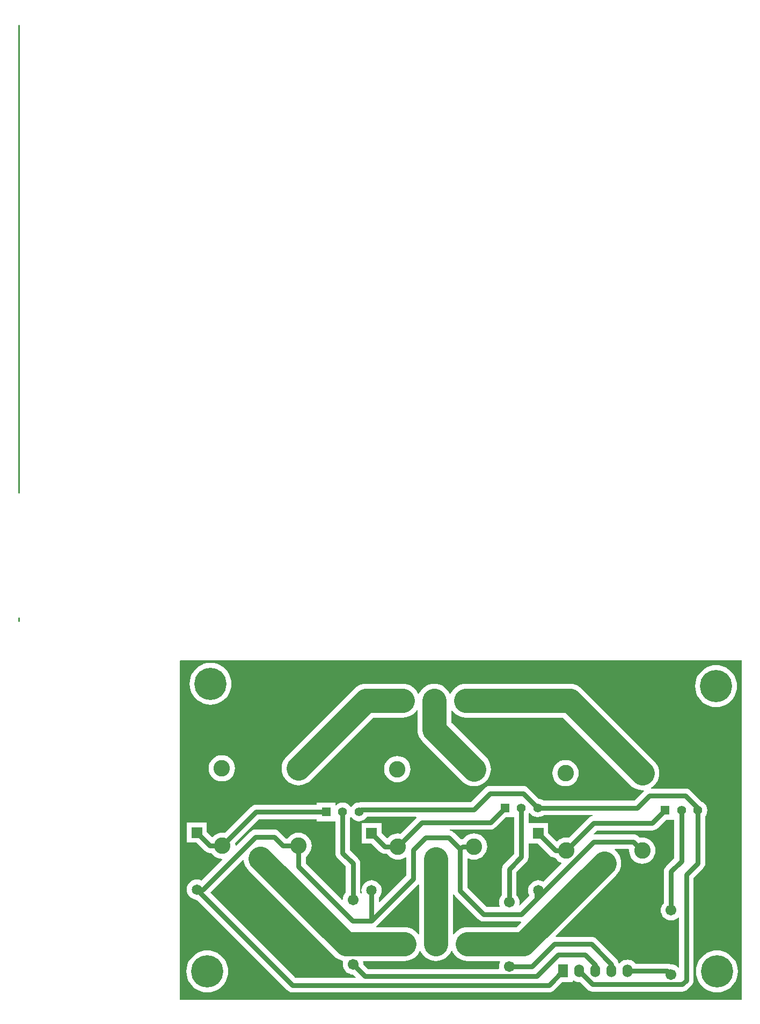
<source format=gbl>
G04 Layer_Physical_Order=2*
G04 Layer_Color=11436288*
%FSAX23Y23*%
%MOIN*%
G70*
G01*
G75*
%ADD10C,0.010*%
%ADD11O,0.060X0.080*%
%ADD12R,0.060X0.080*%
%ADD13R,0.055X0.055*%
%ADD14C,0.055*%
%ADD15C,0.098*%
%ADD16C,0.067*%
%ADD17C,0.102*%
%ADD18C,0.065*%
%ADD19R,0.065X0.065*%
%ADD20C,0.200*%
%ADD21C,0.150*%
%ADD22C,0.030*%
G36*
X04490Y03105D02*
Y01000D01*
X01000D01*
X01000Y01000D01*
X01000Y03101D01*
X01004Y03105D01*
X04490D01*
X04490Y03105D01*
D02*
G37*
%LPC*%
G36*
X03395Y02487D02*
X03379Y02485D01*
X03364Y02481D01*
X03350Y02473D01*
X03337Y02463D01*
X03327Y02450D01*
X03319Y02436D01*
X03315Y02421D01*
X03313Y02405D01*
X03315Y02389D01*
X03319Y02374D01*
X03327Y02360D01*
X03337Y02347D01*
X03350Y02337D01*
X03364Y02330D01*
X03379Y02325D01*
X03395Y02324D01*
X03411Y02325D01*
X03426Y02330D01*
X03440Y02337D01*
X03453Y02347D01*
X03463Y02360D01*
X03470Y02374D01*
X03475Y02389D01*
X03476Y02405D01*
X03475Y02421D01*
X03470Y02436D01*
X03463Y02450D01*
X03453Y02463D01*
X03440Y02473D01*
X03426Y02481D01*
X03411Y02485D01*
X03395Y02487D01*
D02*
G37*
G36*
X04335Y01305D02*
X04315Y01304D01*
X04295Y01299D01*
X04276Y01291D01*
X04258Y01280D01*
X04243Y01267D01*
X04230Y01252D01*
X04219Y01234D01*
X04211Y01215D01*
X04206Y01195D01*
X04205Y01175D01*
X04206Y01155D01*
X04211Y01135D01*
X04219Y01116D01*
X04230Y01098D01*
X04243Y01083D01*
X04258Y01070D01*
X04276Y01059D01*
X04295Y01051D01*
X04315Y01046D01*
X04335Y01045D01*
X04355Y01046D01*
X04375Y01051D01*
X04394Y01059D01*
X04412Y01070D01*
X04427Y01083D01*
X04440Y01098D01*
X04451Y01116D01*
X04459Y01135D01*
X04464Y01155D01*
X04465Y01175D01*
X04464Y01195D01*
X04459Y01215D01*
X04451Y01234D01*
X04440Y01252D01*
X04427Y01267D01*
X04412Y01280D01*
X04394Y01291D01*
X04375Y01299D01*
X04355Y01304D01*
X04335Y01305D01*
D02*
G37*
G36*
X01170D02*
X01150Y01304D01*
X01130Y01299D01*
X01111Y01291D01*
X01093Y01280D01*
X01078Y01267D01*
X01065Y01252D01*
X01054Y01234D01*
X01046Y01215D01*
X01041Y01195D01*
X01040Y01175D01*
X01041Y01155D01*
X01046Y01135D01*
X01054Y01116D01*
X01065Y01098D01*
X01078Y01083D01*
X01093Y01070D01*
X01111Y01059D01*
X01130Y01051D01*
X01150Y01046D01*
X01170Y01045D01*
X01190Y01046D01*
X01210Y01051D01*
X01229Y01059D01*
X01247Y01070D01*
X01262Y01083D01*
X01275Y01098D01*
X01286Y01116D01*
X01294Y01135D01*
X01299Y01155D01*
X01300Y01175D01*
X01299Y01195D01*
X01294Y01215D01*
X01286Y01234D01*
X01275Y01252D01*
X01262Y01267D01*
X01247Y01280D01*
X01229Y01291D01*
X01210Y01299D01*
X01190Y01304D01*
X01170Y01305D01*
D02*
G37*
G36*
X02350Y02512D02*
X02334Y02510D01*
X02319Y02506D01*
X02305Y02498D01*
X02292Y02488D01*
X02282Y02475D01*
X02274Y02461D01*
X02270Y02446D01*
X02268Y02430D01*
X02270Y02414D01*
X02274Y02399D01*
X02282Y02385D01*
X02292Y02372D01*
X02305Y02362D01*
X02319Y02355D01*
X02334Y02350D01*
X02350Y02349D01*
X02366Y02350D01*
X02381Y02355D01*
X02395Y02362D01*
X02408Y02372D01*
X02418Y02385D01*
X02425Y02399D01*
X02430Y02414D01*
X02431Y02430D01*
X02430Y02446D01*
X02425Y02461D01*
X02418Y02475D01*
X02408Y02488D01*
X02395Y02498D01*
X02381Y02506D01*
X02366Y02510D01*
X02350Y02512D01*
D02*
G37*
G36*
X01190Y03090D02*
X01170Y03089D01*
X01150Y03084D01*
X01131Y03076D01*
X01113Y03065D01*
X01098Y03052D01*
X01085Y03037D01*
X01074Y03019D01*
X01066Y03000D01*
X01061Y02980D01*
X01060Y02960D01*
X01061Y02940D01*
X01066Y02920D01*
X01074Y02901D01*
X01085Y02883D01*
X01098Y02868D01*
X01113Y02855D01*
X01131Y02844D01*
X01150Y02836D01*
X01170Y02831D01*
X01190Y02830D01*
X01210Y02831D01*
X01230Y02836D01*
X01249Y02844D01*
X01267Y02855D01*
X01282Y02868D01*
X01295Y02883D01*
X01306Y02901D01*
X01314Y02920D01*
X01319Y02940D01*
X01320Y02960D01*
X01319Y02980D01*
X01314Y03000D01*
X01306Y03019D01*
X01295Y03037D01*
X01282Y03052D01*
X01267Y03065D01*
X01249Y03076D01*
X01230Y03084D01*
X01210Y03089D01*
X01190Y03090D01*
D02*
G37*
G36*
X03421Y02960D02*
X02777D01*
X02760Y02959D01*
X02744Y02955D01*
X02729Y02949D01*
X02715Y02940D01*
X02702Y02929D01*
X02692Y02917D01*
X02683Y02903D01*
X02681Y02898D01*
X02676D01*
X02674Y02903D01*
X02665Y02917D01*
X02654Y02929D01*
X02642Y02940D01*
X02628Y02949D01*
X02613Y02955D01*
X02596Y02959D01*
X02580Y02960D01*
X02564Y02959D01*
X02547Y02955D01*
X02532Y02949D01*
X02518Y02940D01*
X02506Y02929D01*
X02495Y02917D01*
X02486Y02903D01*
X02484Y02898D01*
X02479D01*
X02477Y02903D01*
X02468Y02917D01*
X02458Y02929D01*
X02445Y02940D01*
X02431Y02949D01*
X02416Y02955D01*
X02400Y02959D01*
X02383Y02960D01*
X02156D01*
X02140Y02959D01*
X02124Y02955D01*
X02108Y02949D01*
X02094Y02940D01*
X02082Y02929D01*
X01662Y02510D01*
X01651Y02497D01*
X01642Y02483D01*
X01636Y02468D01*
X01632Y02452D01*
X01631Y02435D01*
X01632Y02419D01*
X01636Y02403D01*
X01642Y02387D01*
X01651Y02373D01*
X01662Y02361D01*
X01674Y02350D01*
X01688Y02341D01*
X01704Y02335D01*
X01720Y02331D01*
X01736Y02330D01*
X01753Y02331D01*
X01769Y02335D01*
X01784Y02341D01*
X01798Y02350D01*
X01811Y02361D01*
X02200Y02750D01*
X02383D01*
X02400Y02751D01*
X02416Y02755D01*
X02431Y02761D01*
X02445Y02770D01*
X02458Y02781D01*
X02468Y02793D01*
X02470Y02796D01*
X02475Y02794D01*
Y02676D01*
X02476Y02660D01*
X02480Y02644D01*
X02486Y02629D01*
X02495Y02614D01*
X02506Y02602D01*
X02752Y02356D01*
X02764Y02345D01*
X02778Y02336D01*
X02794Y02330D01*
X02810Y02326D01*
X02826Y02325D01*
X02843Y02326D01*
X02859Y02330D01*
X02874Y02336D01*
X02888Y02345D01*
X02901Y02356D01*
X02911Y02368D01*
X02920Y02382D01*
X02926Y02398D01*
X02930Y02414D01*
X02932Y02430D01*
X02930Y02447D01*
X02926Y02463D01*
X02920Y02478D01*
X02911Y02492D01*
X02901Y02505D01*
X02685Y02720D01*
Y02794D01*
X02690Y02796D01*
X02692Y02793D01*
X02702Y02781D01*
X02715Y02770D01*
X02729Y02761D01*
X02744Y02755D01*
X02760Y02751D01*
X02777Y02750D01*
X03378D01*
X03797Y02331D01*
X03809Y02320D01*
X03823Y02311D01*
X03839Y02305D01*
X03855Y02301D01*
X03871Y02300D01*
X03879Y02300D01*
X03881Y02296D01*
X03821Y02235D01*
X03258D01*
X03251Y02240D01*
X03237Y02246D01*
X03229Y02247D01*
X03164Y02312D01*
X03155Y02319D01*
X03151Y02321D01*
X03144Y02324D01*
X03132Y02325D01*
X02925D01*
X02925Y02325D01*
X02913Y02324D01*
X02902Y02319D01*
X02900Y02318D01*
X02893Y02312D01*
X02893Y02312D01*
X02806Y02225D01*
X02127D01*
X02116Y02224D01*
X02113Y02223D01*
X02112Y02223D01*
X02097Y02221D01*
X02083Y02215D01*
X02071Y02206D01*
X02064Y02197D01*
X02058D01*
X02051Y02206D01*
X02039Y02215D01*
X02025Y02221D01*
X02010Y02223D01*
X01995Y02221D01*
X01981Y02215D01*
X01970Y02207D01*
X01965Y02209D01*
Y02223D01*
X01850D01*
Y02210D01*
X01474D01*
X01462Y02209D01*
X01451Y02204D01*
X01442Y02197D01*
X01280Y02035D01*
X01264Y02036D01*
X01248Y02035D01*
X01233Y02030D01*
X01218Y02023D01*
X01206Y02013D01*
X01203Y02009D01*
X01198Y02008D01*
X01167Y02039D01*
Y02100D01*
X01043D01*
Y01975D01*
X01103D01*
X01155Y01923D01*
X01165Y01916D01*
X01176Y01911D01*
X01187Y01909D01*
X01196D01*
X01206Y01897D01*
X01218Y01887D01*
X01233Y01879D01*
X01248Y01875D01*
X01262Y01873D01*
X01264Y01869D01*
X01134Y01738D01*
X01129Y01741D01*
X01117Y01744D01*
X01105Y01746D01*
X01093Y01744D01*
X01081Y01741D01*
X01070Y01735D01*
X01061Y01727D01*
X01053Y01718D01*
X01047Y01707D01*
X01043Y01695D01*
X01042Y01683D01*
X01043Y01671D01*
X01047Y01659D01*
X01053Y01648D01*
X01061Y01638D01*
X01070Y01631D01*
X01081Y01625D01*
X01093Y01621D01*
X01103Y01620D01*
X01666Y01058D01*
X01675Y01051D01*
X01686Y01046D01*
X01698Y01045D01*
X03292D01*
X03304Y01046D01*
X03310Y01049D01*
X03315Y01051D01*
X03324Y01058D01*
X03374Y01108D01*
X03440D01*
Y01117D01*
X03445Y01119D01*
X03447Y01118D01*
X03457Y01112D01*
X03468Y01109D01*
X03480Y01108D01*
X03486Y01108D01*
X03531Y01063D01*
X03540Y01056D01*
X03551Y01051D01*
X03563Y01050D01*
X04120D01*
X04132Y01051D01*
X04138Y01054D01*
X04143Y01056D01*
X04152Y01063D01*
X04177Y01088D01*
X04177Y01088D01*
X04184Y01097D01*
X04189Y01108D01*
X04190Y01120D01*
Y01756D01*
X04249Y01815D01*
X04257Y01825D01*
X04261Y01836D01*
X04263Y01847D01*
Y02140D01*
X04268Y02146D01*
X04273Y02160D01*
X04275Y02175D01*
X04273Y02190D01*
X04268Y02204D01*
X04258Y02216D01*
X04246Y02225D01*
X04242Y02227D01*
X04172Y02297D01*
X04163Y02304D01*
X04158Y02306D01*
X04152Y02309D01*
X04140Y02310D01*
X03927D01*
X03926Y02315D01*
X03933Y02320D01*
X03946Y02331D01*
X03956Y02343D01*
X03965Y02357D01*
X03971Y02373D01*
X03975Y02389D01*
X03977Y02405D01*
X03975Y02422D01*
X03971Y02438D01*
X03965Y02453D01*
X03956Y02467D01*
X03946Y02480D01*
X03496Y02929D01*
X03483Y02940D01*
X03469Y02949D01*
X03454Y02955D01*
X03438Y02959D01*
X03421Y02960D01*
D02*
G37*
G36*
X01260Y02517D02*
X01244Y02515D01*
X01229Y02511D01*
X01215Y02503D01*
X01202Y02493D01*
X01192Y02480D01*
X01184Y02466D01*
X01180Y02451D01*
X01178Y02435D01*
X01180Y02419D01*
X01184Y02404D01*
X01192Y02390D01*
X01202Y02377D01*
X01215Y02367D01*
X01229Y02360D01*
X01244Y02355D01*
X01260Y02354D01*
X01276Y02355D01*
X01291Y02360D01*
X01305Y02367D01*
X01318Y02377D01*
X01328Y02390D01*
X01335Y02404D01*
X01340Y02419D01*
X01341Y02435D01*
X01340Y02451D01*
X01335Y02466D01*
X01328Y02480D01*
X01318Y02493D01*
X01305Y02503D01*
X01291Y02511D01*
X01276Y02515D01*
X01260Y02517D01*
D02*
G37*
G36*
X04330Y03075D02*
X04310Y03074D01*
X04290Y03069D01*
X04271Y03061D01*
X04253Y03050D01*
X04238Y03037D01*
X04225Y03022D01*
X04214Y03004D01*
X04206Y02985D01*
X04201Y02965D01*
X04200Y02945D01*
X04201Y02925D01*
X04206Y02905D01*
X04214Y02886D01*
X04225Y02868D01*
X04238Y02853D01*
X04253Y02840D01*
X04271Y02829D01*
X04290Y02821D01*
X04310Y02816D01*
X04330Y02815D01*
X04350Y02816D01*
X04370Y02821D01*
X04389Y02829D01*
X04407Y02840D01*
X04422Y02853D01*
X04435Y02868D01*
X04446Y02886D01*
X04454Y02905D01*
X04459Y02925D01*
X04460Y02945D01*
X04459Y02965D01*
X04454Y02985D01*
X04446Y03004D01*
X04435Y03022D01*
X04422Y03037D01*
X04407Y03050D01*
X04389Y03061D01*
X04370Y03069D01*
X04350Y03074D01*
X04330Y03075D01*
D02*
G37*
%LPD*%
G36*
X02485Y01713D02*
Y01406D01*
X02480Y01404D01*
X02478Y01407D01*
X02468Y01419D01*
X02455Y01430D01*
X02441Y01439D01*
X02426Y01445D01*
X02410Y01449D01*
X02393Y01450D01*
X02220D01*
X02219Y01455D01*
X02222Y01458D01*
X02480Y01715D01*
X02485Y01713D01*
D02*
G37*
G36*
X02693Y01297D02*
X02702Y01283D01*
X02712Y01271D01*
X02725Y01260D01*
X02739Y01251D01*
X02754Y01245D01*
X02770Y01241D01*
X02787Y01240D01*
X02987D01*
X02989Y01235D01*
X02986Y01229D01*
X02982Y01217D01*
X02981Y01205D01*
X02982Y01195D01*
X02978Y01190D01*
X02169D01*
X02139Y01220D01*
X02138Y01232D01*
X02137Y01236D01*
X02140Y01240D01*
X02393D01*
X02410Y01241D01*
X02426Y01245D01*
X02441Y01251D01*
X02455Y01260D01*
X02468Y01271D01*
X02478Y01283D01*
X02487Y01297D01*
X02489Y01302D01*
X02494D01*
X02496Y01297D01*
X02505Y01283D01*
X02516Y01271D01*
X02528Y01260D01*
X02542Y01251D01*
X02557Y01245D01*
X02574Y01241D01*
X02590Y01240D01*
X02606Y01241D01*
X02623Y01245D01*
X02638Y01251D01*
X02652Y01260D01*
X02664Y01271D01*
X02675Y01283D01*
X02684Y01297D01*
X02686Y01302D01*
X02691D01*
X02693Y01297D01*
D02*
G37*
G36*
X01396Y01865D02*
X01396Y01860D01*
X01400Y01844D01*
X01406Y01828D01*
X01415Y01814D01*
X01426Y01802D01*
X01957Y01271D01*
X01969Y01260D01*
X01983Y01251D01*
X01999Y01245D01*
X02010Y01242D01*
X02014Y01236D01*
X02012Y01232D01*
X02011Y01220D01*
X02012Y01208D01*
X02016Y01196D01*
X02022Y01185D01*
X02030Y01175D01*
X02040Y01167D01*
X02051Y01161D01*
X02063Y01157D01*
X02075Y01156D01*
X02091Y01140D01*
X02089Y01135D01*
X01717D01*
X01188Y01664D01*
X01391Y01867D01*
X01396Y01865D01*
D02*
G37*
G36*
X02701Y01652D02*
X02708Y01643D01*
X02853Y01498D01*
X02862Y01491D01*
X02873Y01486D01*
X02885Y01485D01*
X02885Y01485D01*
X03117D01*
X03120Y01480D01*
X03090Y01450D01*
X02787D01*
X02770Y01449D01*
X02754Y01445D01*
X02739Y01439D01*
X02725Y01430D01*
X02712Y01419D01*
X02702Y01407D01*
X02700Y01404D01*
X02695Y01406D01*
Y01652D01*
X02700Y01653D01*
X02701Y01652D01*
D02*
G37*
G36*
X03075Y01904D02*
X03013Y01842D01*
X03006Y01833D01*
X03004Y01828D01*
X03001Y01822D01*
X03000Y01810D01*
Y01650D01*
X02992Y01640D01*
X02986Y01629D01*
X02982Y01617D01*
X02981Y01605D01*
X02982Y01593D01*
X02986Y01581D01*
X02987Y01580D01*
X02984Y01575D01*
X02904D01*
X02785Y01694D01*
Y01875D01*
X02790Y01877D01*
X02795Y01874D01*
X02810Y01870D01*
X02826Y01868D01*
X02842Y01870D01*
X02857Y01874D01*
X02872Y01882D01*
X02884Y01892D01*
X02894Y01905D01*
X02902Y01919D01*
X02906Y01934D01*
X02908Y01950D01*
X02906Y01966D01*
X02902Y01981D01*
X02894Y01995D01*
X02884Y02008D01*
X02872Y02018D01*
X02857Y02025D01*
X02842Y02030D01*
X02826Y02031D01*
X02810Y02030D01*
X02795Y02025D01*
X02781Y02018D01*
X02769Y02008D01*
X02758Y01995D01*
X02755D01*
X02755Y01995D01*
X02745Y01994D01*
X02702Y02037D01*
X02693Y02044D01*
X02688Y02046D01*
X02682Y02049D01*
X02676Y02050D01*
X02676Y02055D01*
X02928D01*
X02939Y02056D01*
X02946Y02059D01*
X02950Y02061D01*
X02960Y02068D01*
X03024Y02132D01*
X03075D01*
Y01904D01*
D02*
G37*
G36*
X03181Y02149D02*
X03193Y02140D01*
X03207Y02134D01*
X03222Y02132D01*
X03237Y02134D01*
X03251Y02140D01*
X03258Y02145D01*
X03563D01*
X03563Y02140D01*
X03557Y02139D01*
X03546Y02134D01*
X03537Y02127D01*
X03537Y02127D01*
X03415Y02005D01*
X03399Y02006D01*
X03383Y02005D01*
X03368Y02000D01*
X03353Y01993D01*
X03341Y01983D01*
X03339Y01982D01*
X03287Y02034D01*
Y02095D01*
X03165D01*
Y02155D01*
X03168Y02158D01*
X03174D01*
X03181Y02149D01*
D02*
G37*
G36*
X02469Y02130D02*
X02370Y02030D01*
X02354Y02031D01*
X02338Y02030D01*
X02323Y02025D01*
X02308Y02018D01*
X02296Y02008D01*
X02291Y02001D01*
X02286Y02001D01*
X02252Y02034D01*
Y02095D01*
X02128D01*
Y01970D01*
X02188D01*
X02240Y01918D01*
X02250Y01911D01*
X02261Y01906D01*
X02272Y01904D01*
X02286D01*
X02296Y01892D01*
X02308Y01882D01*
X02323Y01874D01*
X02338Y01870D01*
X02354Y01868D01*
X02370Y01870D01*
X02385Y01874D01*
X02399Y01882D01*
X02400Y01883D01*
X02405Y01881D01*
Y01769D01*
X02240Y01604D01*
X02235Y01606D01*
Y01635D01*
X02242Y01643D01*
X02248Y01654D01*
X02252Y01666D01*
X02253Y01678D01*
X02252Y01690D01*
X02248Y01702D01*
X02242Y01713D01*
X02234Y01722D01*
X02225Y01730D01*
X02214Y01736D01*
X02202Y01739D01*
X02190Y01741D01*
X02178Y01739D01*
X02166Y01736D01*
X02155Y01730D01*
X02146Y01722D01*
X02138Y01713D01*
X02132Y01702D01*
X02128Y01690D01*
X02127Y01678D01*
X02128Y01666D01*
X02130Y01661D01*
X02125Y01659D01*
X02120Y01665D01*
Y01845D01*
X02119Y01857D01*
X02114Y01868D01*
X02107Y01877D01*
X02055Y01929D01*
Y02130D01*
X02058Y02133D01*
X02064D01*
X02071Y02124D01*
X02083Y02115D01*
X02097Y02109D01*
X02112Y02107D01*
X02127Y02109D01*
X02141Y02115D01*
X02153Y02124D01*
X02162Y02135D01*
X02467D01*
X02469Y02130D01*
D02*
G37*
G36*
X01850Y02107D02*
X01965D01*
Y01910D01*
X01966Y01898D01*
X01969Y01892D01*
X01971Y01887D01*
X01978Y01878D01*
X02030Y01826D01*
Y01665D01*
X02022Y01655D01*
X02016Y01644D01*
X02012Y01632D01*
X02011Y01622D01*
X02006Y01620D01*
X01782Y01845D01*
Y01887D01*
X01794Y01897D01*
X01804Y01910D01*
X01812Y01924D01*
X01816Y01939D01*
X01818Y01955D01*
X01816Y01971D01*
X01812Y01986D01*
X01804Y02000D01*
X01794Y02013D01*
X01782Y02023D01*
X01767Y02030D01*
X01752Y02035D01*
X01736Y02036D01*
X01720Y02035D01*
X01705Y02030D01*
X01691Y02023D01*
X01679Y02013D01*
X01668Y02000D01*
X01659D01*
X01617Y02042D01*
X01608Y02049D01*
X01603Y02051D01*
X01597Y02054D01*
X01585Y02055D01*
X01470D01*
X01458Y02054D01*
X01447Y02049D01*
X01438Y02042D01*
X01438Y02042D01*
X01350Y01954D01*
X01345Y01956D01*
X01344Y01971D01*
X01493Y02120D01*
X01850D01*
Y02107D01*
D02*
G37*
G36*
X03300Y01893D02*
X03300Y01893D01*
X03307Y01887D01*
X03310Y01886D01*
X03321Y01881D01*
X03331Y01880D01*
X03331Y01880D01*
X03341Y01867D01*
X03353Y01857D01*
X03368Y01849D01*
X03369Y01849D01*
X03370Y01844D01*
X03257Y01731D01*
X03249Y01736D01*
X03237Y01739D01*
X03225Y01741D01*
X03213Y01739D01*
X03201Y01736D01*
X03190Y01730D01*
X03181Y01722D01*
X03173Y01713D01*
X03167Y01702D01*
X03163Y01690D01*
X03162Y01678D01*
X03163Y01666D01*
X03167Y01654D01*
X03170Y01649D01*
Y01644D01*
X03110Y01585D01*
X03106Y01587D01*
X03108Y01593D01*
X03109Y01605D01*
X03108Y01617D01*
X03104Y01629D01*
X03098Y01640D01*
X03090Y01650D01*
Y01791D01*
X03152Y01853D01*
X03159Y01862D01*
X03164Y01873D01*
X03165Y01885D01*
Y01970D01*
X03223D01*
X03300Y01893D01*
D02*
G37*
G36*
X04070Y01879D02*
X04018Y01827D01*
X04011Y01818D01*
X04009Y01813D01*
X04006Y01807D01*
X04005Y01795D01*
Y01600D01*
X03997Y01590D01*
X03991Y01579D01*
X03987Y01567D01*
X03986Y01555D01*
X03987Y01543D01*
X03991Y01531D01*
X03997Y01520D01*
X04005Y01510D01*
X04015Y01502D01*
X04026Y01496D01*
X04038Y01492D01*
X04050Y01491D01*
X04062Y01492D01*
X04074Y01496D01*
X04085Y01502D01*
X04095Y01510D01*
X04098Y01509D01*
X04100Y01508D01*
Y01202D01*
X04098Y01201D01*
X04095Y01200D01*
X04085Y01208D01*
X04074Y01214D01*
X04062Y01218D01*
X04050Y01219D01*
X04047Y01218D01*
X04039Y01222D01*
X04027Y01223D01*
X03829D01*
X03823Y01231D01*
X03813Y01238D01*
X03803Y01244D01*
X03792Y01247D01*
X03780Y01248D01*
X03768Y01247D01*
X03757Y01244D01*
X03747Y01238D01*
X03737Y01231D01*
X03733Y01225D01*
X03727D01*
X03724Y01229D01*
X03724Y01232D01*
X03719Y01243D01*
X03712Y01252D01*
X03587Y01377D01*
X03578Y01384D01*
X03573Y01386D01*
X03567Y01389D01*
X03555Y01390D01*
X03335D01*
X03333Y01395D01*
X03709Y01772D01*
X03720Y01784D01*
X03729Y01798D01*
X03735Y01814D01*
X03739Y01830D01*
X03740Y01846D01*
X03739Y01863D01*
X03735Y01879D01*
X03729Y01894D01*
X03720Y01908D01*
X03709Y01921D01*
X03699Y01930D01*
X03701Y01935D01*
X03787D01*
X03790Y01931D01*
X03790Y01925D01*
X03791Y01909D01*
X03796Y01894D01*
X03803Y01880D01*
X03814Y01867D01*
X03826Y01857D01*
X03840Y01849D01*
X03855Y01845D01*
X03871Y01843D01*
X03887Y01845D01*
X03902Y01849D01*
X03917Y01857D01*
X03929Y01867D01*
X03939Y01880D01*
X03947Y01894D01*
X03951Y01909D01*
X03953Y01925D01*
X03951Y01941D01*
X03947Y01956D01*
X03939Y01970D01*
X03929Y01983D01*
X03917Y01993D01*
X03902Y02000D01*
X03887Y02005D01*
X03871Y02006D01*
X03855Y02005D01*
X03848Y02012D01*
X03839Y02019D01*
X03834Y02021D01*
X03828Y02024D01*
X03816Y02025D01*
X03571D01*
X03569Y02027D01*
X03568Y02030D01*
X03588Y02050D01*
X03933D01*
X03944Y02051D01*
X03951Y02054D01*
X03955Y02056D01*
X03965Y02063D01*
X04019Y02117D01*
X04070D01*
Y01879D01*
D02*
G37*
D10*
X03580Y01178D02*
Y01215D01*
X00000Y04850D02*
Y07045D01*
Y04145D02*
Y04850D01*
Y03350D02*
Y03370D01*
D11*
X03780Y01178D02*
D03*
X03680D02*
D03*
X03580D02*
D03*
X03480D02*
D03*
D12*
X03380D02*
D03*
D13*
X04013Y02175D02*
D03*
X01908Y02165D02*
D03*
X03018Y02190D02*
D03*
D14*
X04217Y02175D02*
D03*
X04115D02*
D03*
X02112Y02165D02*
D03*
X02010D02*
D03*
X03222Y02190D02*
D03*
X03120D02*
D03*
D15*
X02383Y02855D02*
D03*
X02580D02*
D03*
X02777D02*
D03*
X02787Y01345D02*
D03*
X02590D02*
D03*
X02393D02*
D03*
D16*
X04050Y01555D02*
D03*
Y01155D02*
D03*
X02075Y01620D02*
D03*
Y01220D02*
D03*
X03045Y01605D02*
D03*
Y01205D02*
D03*
D17*
X03635Y01846D02*
D03*
X03399Y01925D02*
D03*
X03395Y02405D02*
D03*
X03871D02*
D03*
Y01925D02*
D03*
X01500Y01876D02*
D03*
X01264Y01955D02*
D03*
X01260Y02435D02*
D03*
X01736D02*
D03*
Y01955D02*
D03*
X02590Y01871D02*
D03*
X02354Y01950D02*
D03*
X02350Y02430D02*
D03*
X02826D02*
D03*
Y01950D02*
D03*
D18*
X03225Y01678D02*
D03*
X01105Y01683D02*
D03*
X02190Y01678D02*
D03*
D19*
X03225Y02032D02*
D03*
X01105Y02037D02*
D03*
X02190Y02032D02*
D03*
D20*
X01190Y02960D02*
D03*
X01170Y01175D02*
D03*
X04330Y02945D02*
D03*
X04335Y01175D02*
D03*
D21*
X02777Y02855D02*
X03421D01*
X03871Y02405D01*
X02580Y02676D02*
Y02855D01*
Y02676D02*
X02826Y02430D01*
X02156Y02855D02*
X02383D01*
X01736Y02435D02*
X02156Y02855D01*
X02031Y01345D02*
X02393D01*
X01500Y01876D02*
X02031Y01345D01*
X02590D02*
Y01871D01*
X02787Y01345D02*
X03134D01*
X03635Y01846D01*
D22*
X01640Y01955D02*
X01736D01*
X01585Y02010D02*
X01640Y01955D01*
X01105Y01683D02*
X01698Y01090D01*
X03292D01*
X03380Y01178D01*
X02075Y01220D02*
X02150Y01145D01*
X03215D01*
X03350Y01280D01*
X03515D01*
X03580Y01215D01*
X01105Y02037D02*
X01187Y01955D01*
X01264D01*
X01474Y02165D02*
X01908D01*
X01264Y01955D02*
X01474Y02165D01*
X01470Y02010D02*
X01585D01*
X01143Y01683D02*
X01470Y02010D01*
X01736Y01826D02*
Y01955D01*
Y01826D02*
X02072Y01490D01*
X02190D01*
Y01678D01*
Y01490D02*
X02450Y01750D01*
Y01930D01*
X02525Y02005D01*
X02670D01*
X02740Y01935D01*
Y01675D02*
Y01935D01*
Y01675D02*
X02885Y01530D01*
X03120D01*
X03570Y01980D02*
X03816D01*
X03871Y01925D01*
X02755Y01950D02*
X02826D01*
X02740Y01935D02*
X02755Y01950D01*
X03215Y01625D02*
Y01668D01*
X03120Y01530D02*
X03215Y01625D01*
X03570Y01980D01*
X02190Y02032D02*
X02272Y01950D01*
X02354D01*
X03225Y02032D02*
X03332Y01925D01*
X03399D01*
X02075Y01620D02*
Y01845D01*
X02010Y01910D02*
X02075Y01845D01*
X02010Y01910D02*
Y02165D01*
X03045Y01605D02*
Y01810D01*
X03120Y01885D01*
Y02190D01*
X02354Y01950D02*
X02504Y02100D01*
X02928D01*
X03018Y02190D01*
X03399Y01925D02*
X03569Y02095D01*
X03933D01*
X04013Y02175D01*
X04050Y01555D02*
Y01795D01*
X04115Y01860D01*
Y02175D01*
X03780Y01178D02*
X04027D01*
X03555Y01345D02*
X03680Y01220D01*
X03325Y01345D02*
X03555D01*
X03185Y01205D02*
X03325Y01345D01*
X03045Y01205D02*
X03185D01*
X03680Y01178D02*
Y01220D01*
X03480Y01178D02*
X03563Y01095D01*
X04120D01*
X04145Y01120D01*
Y01775D01*
X04217Y01847D01*
X04140Y02265D02*
X04217Y02188D01*
X03915Y02265D02*
X04140D01*
X03840Y02190D02*
X03915Y02265D01*
X03222Y02190D02*
X03840D01*
X04217Y01847D02*
Y02175D01*
Y02188D01*
X03132Y02280D02*
X03222Y02190D01*
X02925Y02280D02*
X03132D01*
X02825Y02180D02*
X02925Y02280D01*
X02127Y02180D02*
X02825D01*
X02112Y02165D02*
X02127Y02180D01*
M02*

</source>
